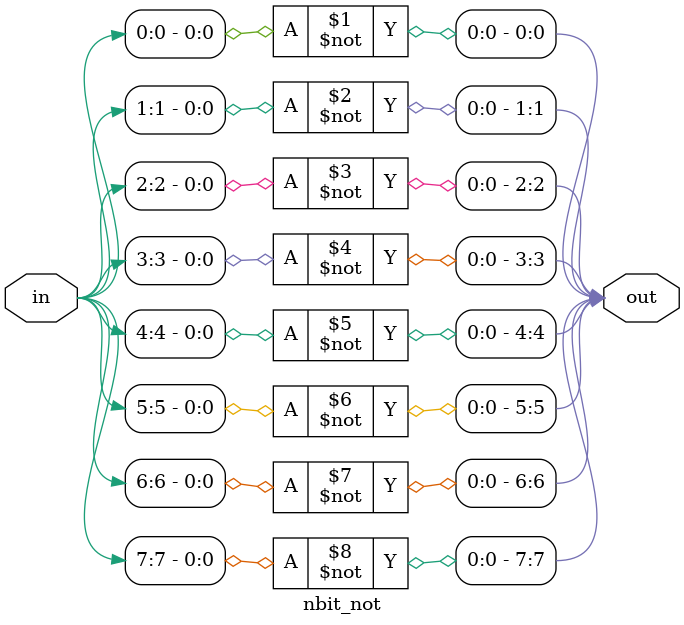
<source format=v>
`timescale 1ns / 1ps


module nbit_not(out,in);
    parameter n = 8;
    input [n-1:0] in;
    output [n-1:0] out;
    genvar i;
    
    generate
        for(i = 0; i < n; i = i + 1) begin
            not(out[i],in[i]); //Store complement of each bit in out
        end
    endgenerate
    
endmodule

</source>
